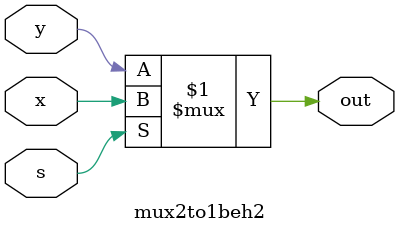
<source format=v>
module mux2to1beh2(input x,y,s, output out);
		assign out = s ? x:y;
endmodule

</source>
